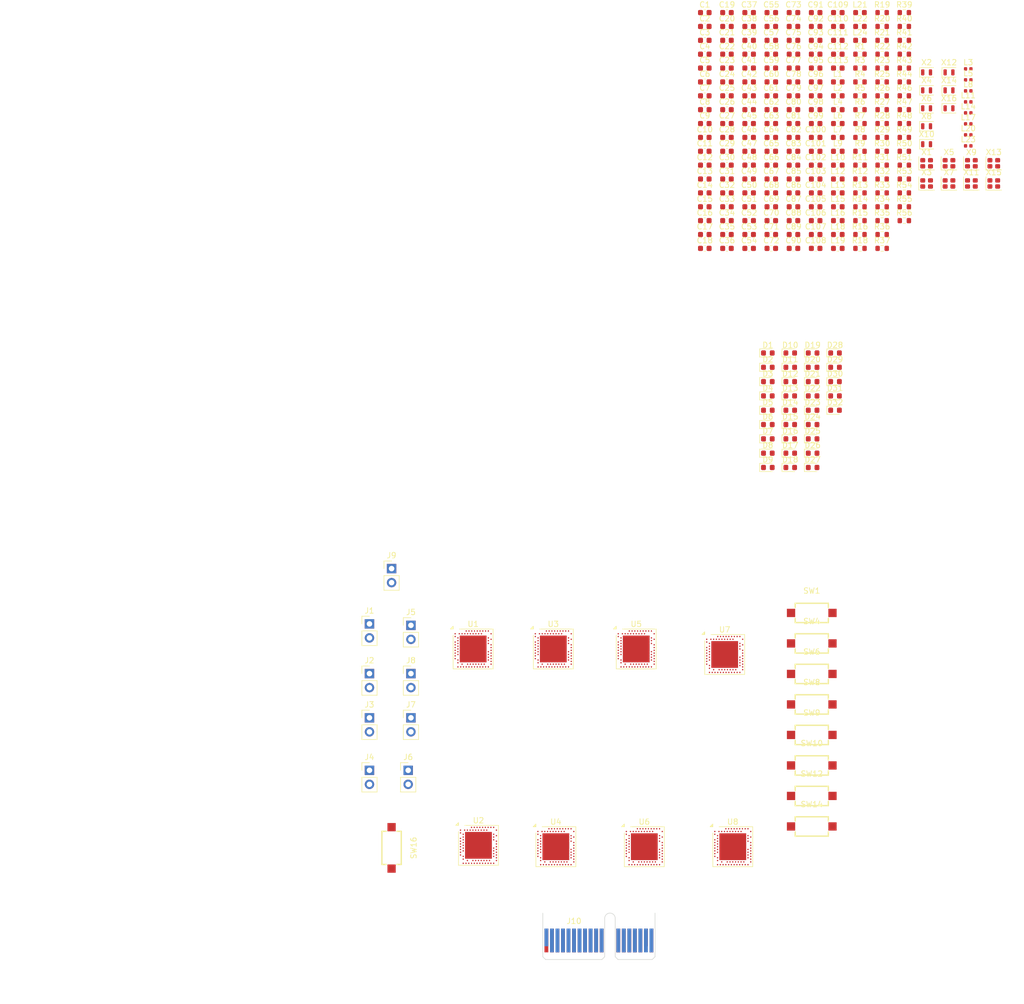
<source format=kicad_pcb>
(kicad_pcb (version 20241229) (generator "pcbnew") (generator_version "9.0")
  (layers (0 "F.Cu" signal) (2 "B.Cu" signal) (13 "F.Paste" user) (15 "B.Paste" user) (5 "F.SilkS" user "F.Silkscreen") (7 "B.SilkS" user "B.Silkscreen") (1 "F.Mask" user) (3 "B.Mask" user) (25 "Edge.Cuts" user))
  (net 0 "")
  (net 1 "Net-(U1-XC1)")
  (net 2 "/GND")
  (net 3 "Net-(U1-XC2)")
  (net 4 "Net-(U1-ANT)")
  (net 6 "Net-(C4-Pad2)")
  (net 7 "Net-(U1-DEC1)")
  (net 8 "Net-(U2-XC1)")
  (net 9 "Net-(AE2-A)")
  (net 10 "/3.3V")
  (net 11 "Net-(U1-DEC5)")
  (net 12 "Net-(U2-XC2)")
  (net 13 "Net-(U1-DEC3)")
  (net 14 "Net-(U1-DECUSB)")
  (net 15 "Net-(C13-Pad2)")
  (net 16 "Net-(U2-ANT)")
  (net 18 "Net-(U1-DEC6)")
  (net 19 "Net-(U1-XL1{slash}P0.00)")
  (net 20 "Net-(U1-XL2{slash}P0.01)")
  (net 21 "Net-(U2-DEC1)")
  (net 22 "Net-(U2-DEC3)")
  (net 23 "Net-(U2-DEC5)")
  (net 24 "Net-(U2-DEC6)")
  (net 25 "Net-(U2-XL2{slash}P0.01)")
  (net 26 "Net-(AE1-A)")
  (net 28 "Net-(U2-DECUSB)")
  (net 29 "Net-(U2-XL1{slash}P0.00)")
  (net 30 "Net-(U3-XC1)")
  (net 31 "Net-(AE3-A)")
  (net 32 "Net-(U3-XC2)")
  (net 34 "Net-(U3-DECUSB)")
  (net 35 "Net-(C33-Pad2)")
  (net 36 "Net-(U3-ANT)")
  (net 38 "Net-(U3-DEC1)")
  (net 39 "Net-(U3-DEC3)")
  (net 40 "Net-(U3-DEC5)")
  (net 41 "Net-(U3-DEC6)")
  (net 42 "Net-(U3-XL2{slash}P0.01)")
  (net 43 "Net-(U3-XL1{slash}P0.00)")
  (net 44 "Net-(U4-XC1)")
  (net 45 "Net-(AE4-A)")
  (net 46 "Net-(U4-XC2)")
  (net 48 "Net-(U4-DECUSB)")
  (net 49 "Net-(C47-Pad2)")
  (net 51 "Net-(U4-ANT)")
  (net 52 "Net-(U4-DEC1)")
  (net 53 "Net-(U4-DEC3)")
  (net 54 "Net-(U4-DEC5)")
  (net 55 "Net-(U4-DEC6)")
  (net 56 "Net-(U4-XL2{slash}P0.01)")
  (net 57 "Net-(U4-XL1{slash}P0.00)")
  (net 58 "Net-(U5-XC1)")
  (net 59 "Net-(AE5-A)")
  (net 60 "Net-(U5-XC2)")
  (net 61 "/Reset")
  (net 62 "Net-(C61-Pad2)")
  (net 64 "Net-(U5-ANT)")
  (net 65 "Net-(U5-DEC1)")
  (net 66 "Net-(U5-DEC3)")
  (net 67 "Net-(U5-DEC5)")
  (net 68 "Net-(U5-DEC6)")
  (net 69 "Net-(U5-XL2{slash}P0.01)")
  (net 70 "Net-(U5-XL1{slash}P0.00)")
  (net 71 "Net-(U6-XC1)")
  (net 72 "Net-(AE6-A)")
  (net 73 "Net-(U6-XC2)")
  (net 75 "Net-(U5-DECUSB)")
  (net 76 "Net-(C75-Pad2)")
  (net 78 "Net-(U6-ANT)")
  (net 79 "Net-(U6-DEC1)")
  (net 80 "Net-(U6-DEC3)")
  (net 81 "Net-(U6-DEC5)")
  (net 82 "Net-(U6-DEC6)")
  (net 83 "Net-(U6-XL2{slash}P0.01)")
  (net 84 "Net-(U6-XL1{slash}P0.00)")
  (net 85 "Net-(U7-XC1)")
  (net 86 "Net-(AE7-A)")
  (net 87 "Net-(U7-XC2)")
  (net 88 "Net-(U6-DECUSB)")
  (net 90 "Net-(C89-Pad2)")
  (net 91 "Net-(U7-ANT)")
  (net 93 "Net-(U7-DEC1)")
  (net 94 "Net-(U7-DEC3)")
  (net 95 "Net-(U7-DEC5)")
  (net 96 "Net-(U7-DEC6)")
  (net 97 "Net-(U7-XL2{slash}P0.01)")
  (net 98 "Net-(U7-XL1{slash}P0.00)")
  (net 99 "Net-(U8-XC1)")
  (net 100 "Net-(AE8-A)")
  (net 101 "Net-(U8-XC2)")
  (net 102 "Net-(U7-DECUSB)")
  (net 104 "Net-(C103-Pad2)")
  (net 105 "Net-(U8-ANT)")
  (net 107 "Net-(U8-DEC1)")
  (net 108 "Net-(U8-DEC3)")
  (net 109 "Net-(U8-DEC5)")
  (net 110 "Net-(U8-DEC6)")
  (net 111 "Net-(U8-XL2{slash}P0.01)")
  (net 112 "Net-(U8-XL1{slash}P0.00)")
  (net 113 "Net-(U8-DECUSB)")
  (net 115 "Net-(D1-K)")
  (net 116 "Net-(D2-K)")
  (net 117 "Net-(D3-K)")
  (net 118 "Net-(D4-K)")
  (net 119 "Net-(D5-K)")
  (net 120 "Net-(D6-K)")
  (net 121 "Net-(D7-K)")
  (net 122 "Net-(D8-K)")
  (net 123 "Net-(D9-K)")
  (net 124 "Net-(D10-K)")
  (net 125 "Net-(D11-K)")
  (net 126 "Net-(D12-K)")
  (net 127 "Net-(D13-K)")
  (net 128 "Net-(D14-K)")
  (net 129 "Net-(D15-K)")
  (net 130 "Net-(D16-K)")
  (net 131 "Net-(D17-K)")
  (net 132 "Net-(D18-K)")
  (net 133 "Net-(D19-K)")
  (net 134 "Net-(D20-K)")
  (net 135 "Net-(D21-K)")
  (net 136 "Net-(D22-K)")
  (net 137 "Net-(D23-K)")
  (net 138 "Net-(D24-K)")
  (net 139 "Net-(D25-K)")
  (net 140 "Net-(D26-K)")
  (net 141 "Net-(D27-K)")
  (net 142 "Net-(D28-K)")
  (net 143 "Net-(D29-K)")
  (net 144 "Net-(D30-K)")
  (net 145 "Net-(D31-K)")
  (net 146 "Net-(D32-K)")
  (net 147 "/SWD_IO_1")
  (net 148 "/SWD_CLK_1")
  (net 149 "/SWD_IO_2")
  (net 150 "/SWD_CLK_2")
  (net 151 "/SWD_IO_3")
  (net 152 "/SWD_CLK_3")
  (net 153 "/SWD_IO_4")
  (net 154 "/SWD_CLK_4")
  (net 155 "/SWD_IO_5")
  (net 156 "/SWD_CLK_5")
  (net 157 "/SWD_IO_6")
  (net 158 "/SWD_CLK_6")
  (net 159 "/SWD_IO_7")
  (net 160 "/SWD_CLK_7")
  (net 161 "/SWD_IO_8")
  (net 162 "/SWD_CLK_8")
  (net 163 "/CS4")
  (net 164 "/CS2")
  (net 165 "/Miso")
  (net 167 "/CS5")
  (net 169 "/CS8")
  (net 170 "/CLK")
  (net 171 "/CS7")
  (net 172 "/CS1")
  (net 173 "/Mosi")
  (net 177 "/CS6")
  (net 179 "/CS3")
  (net 182 "Net-(L2-Pad1)")
  (net 183 "Net-(U1-DCC)")
  (net 184 "Net-(L5-Pad2)")
  (net 185 "Net-(U2-DCC)")
  (net 186 "Net-(L8-Pad2)")
  (net 187 "Net-(U3-DCC)")
  (net 188 "Net-(L11-Pad2)")
  (net 189 "Net-(U4-DCC)")
  (net 190 "Net-(L14-Pad2)")
  (net 191 "Net-(U5-DCC)")
  (net 192 "Net-(L17-Pad2)")
  (net 193 "Net-(U6-DCC)")
  (net 194 "Net-(L20-Pad2)")
  (net 195 "Net-(U7-DCC)")
  (net 196 "Net-(L23-Pad2)")
  (net 197 "Net-(U8-DCC)")
  (net 198 "/Led1_5")
  (net 199 "/Led2_r_5")
  (net 200 "/Led2_g_5")
  (net 201 "/Led2_b_5")
  (net 202 "/SWI_5")
  (net 203 "/Led1_6")
  (net 204 "/Led2_r_6")
  (net 205 "/SWI_6")
  (net 206 "/Led2_g_6")
  (net 207 "/Led2_b_6")
  (net 208 "/Led1_7")
  (net 209 "/Led2_r_7")
  (net 210 "/SWI_7")
  (net 211 "/Led2_g_7")
  (net 212 "/Led2_b_7")
  (net 213 "/Led1_8")
  (net 214 "/Led2_r_8")
  (net 215 "/SWI_8")
  (net 216 "/Led2_g_8")
  (net 217 "/Led2_b_8")
  (net 218 "/Led1_1")
  (net 219 "/Led2_r_1")
  (net 220 "/SWI_1")
  (net 221 "/Led2_g_1")
  (net 222 "/Led2_b_1")
  (net 223 "/Led1_2")
  (net 224 "/Led2_r_2")
  (net 225 "/SWI_2")
  (net 226 "/Led2_g_2")
  (net 227 "/Led2_b_2")
  (net 228 "/Led1_3")
  (net 229 "/Led2_r_3")
  (net 230 "/SWI_3")
  (net 231 "/Led2_g_3")
  (net 232 "/Led2_b_3")
  (net 233 "/Led1_4")
  (net 234 "/Led2_r_4")
  (net 235 "/SWI_4")
  (net 236 "/Led2_g_4")
  (net 237 "/Led2_b_4")
  (footprint "easyeda:KEY-SMD_L6.0-W3.5-LS8.0" (layer "F.Cu") (at 119.5 116.56)
    (property "Reference" "SW9")
    (property "Value" "Reset")
  )
  (footprint "Resistor_SMD:R_0603_1608Metric" (layer "F.Cu") (at 132.2325 23.49)
    (property "Reference" "R35")
    (property "Value" "200")
  )
  (footprint "easyeda:KEY-SMD_L6.0-W3.5-LS8.0" (layer "F.Cu") (at 119.5 122.08)
    (property "Reference" "SW10")
    (property "Value" "Reset")
  )
  (footprint "Capacitor_SMD:C_0603_1608Metric" (layer "F.Cu") (at 116.1925 -14.16)
    (property "Reference" "C73")
    (property "Value" "12pF")
  )
  (footprint "Resistor_SMD:R_0603_1608Metric" (layer "F.Cu") (at 132.2325 20.98)
    (property "Reference" "R34")
    (property "Value" "200")
  )
  (footprint "Crystal:Crystal_SMD_2012-2Pin_2.0x1.2mm" (layer "F.Cu") (at 140.2725 -0.09)
    (property "Reference" "X4")
    (property "Value" "32.768Khz")
  )
  (footprint "Connector_PinHeader_2.54mm:PinHeader_1x02_P2.54mm_Vertical" (layer "F.Cu") (at 39.5 122.96)
    (property "Reference" "J4")
    (property "Value" "SWD-module14")
  )
  (footprint "Capacitor_SMD:C_0603_1608Metric" (layer "F.Cu") (at 112.1825 3.41)
    (property "Reference" "C62")
    (property "Value" "0.8pF")
  )
  (footprint "Connector_PinHeader_2.54mm:PinHeader_1x02_P2.54mm_Vertical" (layer "F.Cu") (at 39.5 105.46)
    (property "Reference" "J2")
    (property "Value" "SWD-module2")
  )
  (footprint "Inductor_SMD:L_0603_1608Metric" (layer "F.Cu") (at 124.2125 15.96)
    (property "Reference" "L12")
    (property "Value" "10µH")
  )
  (footprint "Connector_PinHeader_2.54mm:PinHeader_1x02_P2.54mm_Vertical" (layer "F.Cu") (at 47 105.46)
    (property "Reference" "J8")
    (property "Value" "SWD-module8")
  )
  (footprint "Package_DFN_QFN:Nordic_AQFN-73-1EP_7x7mm_P0.5mm" (layer "F.Cu") (at 59.2125 136.5375)
    (property "Reference" "U2")
    (property "Value" "nRF52840")
  )
  (footprint "Crystal:Crystal_SMD_2012-2Pin_2.0x1.2mm" (layer "F.Cu") (at 144.3225 3.16)
    (property "Reference" "X16")
    (property "Value" "32.768Khz")
  )
  (footprint "Inductor_SMD:L_0402_1005Metric" (layer "F.Cu") (at 147.8025 9.96)
    (property "Reference" "L23")
    (property "Value" "15nH")
  )
  (footprint "Capacitor_SMD:C_0603_1608Metric" (layer "F.Cu") (at 120.2025 3.41)
    (property "Reference" "C98")
    (property "Value" "12pF")
  )
  (footprint "Capacitor_SMD:C_0603_1608Metric" (layer "F.Cu") (at 100.1525 18.47)
    (property "Reference" "C14")
    (property "Value" "0.8pF")
  )
  (footprint "LED_SMD:LED_0603_1608Metric" (layer "F.Cu") (at 111.5575 62.98)
    (property "Reference" "D7")
    (property "Value" "LED")
  )
  (footprint "Resistor_SMD:R_0603_1608Metric" (layer "F.Cu") (at 136.2425 10.94)
    (property "Reference" "R50")
    (property "Value" "220")
  )
  (footprint "Crystal:Crystal_SMD_2016-4Pin_2.0x1.6mm" (layer "F.Cu") (at 152.4225 16.76)
    (property "Reference" "X15")
    (property "Value" "Crystal 32Mhz")
  )
  (footprint "Capacitor_SMD:C_0603_1608Metric" (layer "F.Cu") (at 124.2125 -9.14)
    (property "Reference" "C111")
    (property "Value" "12pF")
  )
  (footprint "Capacitor_SMD:C_0603_1608Metric" (layer "F.Cu") (at 104.1625 -4.12)
    (property "Reference" "C23")
    (property "Value" "100nF")
  )
  (footprint "Resistor_SMD:R_0603_1608Metric" (layer "F.Cu") (at 136.2425 -1.61)
    (property "Reference" "R44")
    (property "Value" "220")
  )
  (footprint "Resistor_SMD:R_0603_1608Metric" (layer "F.Cu") (at 132.2325 -11.65)
    (property "Reference" "R20")
    (property "Value" "200")
  )
  (footprint "Capacitor_SMD:C_0603_1608Metric" (layer "F.Cu") (at 108.1725 3.41)
    (property "Reference" "C44")
    (property "Value" "1.5pF")
  )
  (footprint "Capacitor_SMD:C_0603_1608Metric" (layer "F.Cu") (at 108.1725 8.43)
    (property "Reference" "C46")
    (property "Value" "4.7µF")
  )
  (footprint "Resistor_SMD:R_0603_1608Metric" (layer "F.Cu") (at 128.2225 0.9)
    (property "Reference" "R5")
    (property "Value" "200")
  )
  (footprint "Capacitor_SMD:C_0603_1608Metric" (layer "F.Cu") (at 108.1725 18.47)
    (property "Reference" "C50")
    (property "Value" "100pF")
  )
  (footprint "Crystal:Crystal_SMD_2016-4Pin_2.0x1.6mm" (layer "F.Cu") (at 140.2725 16.76)
    (property "Reference" "X3")
    (property "Value" "Crystal 32Mhz")
  )
  (footprint "Capacitor_SMD:C_0603_1608Metric" (layer "F.Cu") (at 112.1825 -9.14)
    (property "Reference" "C57")
    (property "Value" "12pF")
  )
  (footprint "Inductor_SMD:L_0603_1608Metric" (layer "F.Cu") (at 124.2125 23.49)
    (property "Reference" "L16")
    (property "Value" "4.7nH")
  )
  (footprint "Resistor_SMD:R_0603_1608Metric" (layer "F.Cu") (at 136.2425 -6.63)
    (property "Reference" "R42")
    (property "Value" "200")
  )
  (footprint "Capacitor_SMD:C_0603_1608Metric" (layer "F.Cu") (at 120.2025 18.47)
    (property "Reference" "C104")
    (property "Value" "0.8pF")
  )
  (footprint "Capacitor_SMD:C_0603_1608Metric" (layer "F.Cu") (at 104.1625 -1.61)
    (property "Reference" "C24")
    (property "Value" "1µF")
  )
  (footprint "Capacitor_SMD:C_0603_1608Metric" (layer "F.Cu") (at 104.1625 15.96)
    (property "Reference" "C31")
    (property "Value" "12pF")
  )
  (footprint "Capacitor_SMD:C_0603_1608Metric" (layer "F.Cu") (at 112.1825 15.96)
    (property "Reference" "C67")
    (property "Value" "100nF")
  )
  (footprint "Capacitor_SMD:C_0603_1608Metric" (layer "F.Cu") (at 100.1525 0.9)
    (property "Reference" "C7")
    (property "Value" "1.5pF")
  )
  (footprint "Inductor_SMD:L_0402_1005Metric" (layer "F.Cu") (at 147.8025 0.01)
    (property "Reference" "L8")
    (property "Value" "15nH")
  )
  (footprint "Connector_PinHeader_2.54mm:PinHeader_1x02_P2.54mm_Vertical" (layer "F.Cu") (at 39.5 96.46)
    (property "Reference" "J1")
    (property "Value" "SWD-module1")
  )
  (footprint "Capacitor_SMD:C_0603_1608Metric" (layer "F.Cu") (at 108.1725 28.51)
    (property "Reference" "C54")
    (property "Value" "1µF")
  )
  (footprint "Capacitor_SMD:C_0603_1608Metric" (layer "F.Cu") (at 104.1625 -6.63)
    (property "Reference" "C22")
    (property "Value" "100pF")
  )
  (footprint "Capacitor_SMD:C_0603_1608Metric" (layer "F.Cu") (at 120.2025 0.9)
    (property "Reference" "C97")
    (property "Value" "12pF")
  )
  (footprint "Resistor_SMD:R_0603_1608Metric" (layer "F.Cu") (at 136.2425 8.43)
    (property "Reference" "R49")
    (property "Value" "200")
  )
  (footprint "Capacitor_SMD:C_0603_1608Metric" (layer "F.Cu") (at 104.1625 3.41)
    (property "Reference" "C26")
    (property "Value" "1.5pF")
  )
  (footprint "Capacitor_SMD:C_0603_1608Metric" (layer "F.Cu") (at 108.1725 15.96)
    (property "Reference" "C49")
    (property "Value" "100nF")
  )
  (footprint "LED_SMD:LED_0603_1608Metric" (layer "F.Cu") (at 111.5575 68.16)
    (property "Reference" "D9")
    (property "Value" "LED")
  )
  (footprint "Capacitor_SMD:C_0603_1608Metric" (layer "F.Cu") (at 116.1925 -11.65)
    (property "Reference" "C74")
    (property "Value" "4.7µF")
  )
  (footprint "Capacitor_SMD:C_0603_1608Metric" (layer "F.Cu") (at 100.1525 5.92)
    (property "Reference" "C9")
    (property "Value" "820pF")
  )
  (footprint "Resistor_SMD:R_0603_1608Metric" (layer "F.Cu") (at 128.2225 15.96)
    (property "Reference" "R12")
    (property "Value" "0")
  )
  (footprint "Capacitor_SMD:C_0603_1608Metric" (layer "F.Cu") (at 112.1825 8.43)
    (property "Reference" "C64")
    (property "Value" "100pF")
  )
  (footprint "Capacitor_SMD:C_0603_1608Metric" (layer "F.Cu") (at 112.1825 28.51)
    (property "Reference" "C72")
    (property "Value" "1.5pF")
  )
  (footprint "Capacitor_SMD:C_0603_1608Metric" (layer "F.Cu") (at 120.2025 -6.63)
    (property "Reference" "C94")
    (property "Value" "100pF")
  )
  (footprint "LED_SMD:LED_0603_1608Metric" (layer "F.Cu") (at 115.6075 68.16)
    (property "Reference" "D18")
    (property "Value" "LED")
  )
  (footprint "Resistor_SMD:R_0603_1608Metric" (layer "F.Cu") (at 128.2225 28.51)
    (property "Reference" "R18")
    (property "Value" "10K")
  )
  (footprint "Package_DFN_QFN:Nordic_AQFN-73-1EP_7x7mm_P0.5mm" (layer "F.Cu") (at 72.75 101)
    (property "Reference" "U3")
    (property "Value" "nRF52840")
  )
  (footprint "Capacitor_SMD:C_0603_1608Metric" (layer "F.Cu") (at 100.1525 23.49)
    (property "Reference" "C16")
    (property "Value" "100pF")
  )
  (footprint "LED_SMD:LED_0603_1608Metric" (layer "F.Cu") (at 119.6575 50.03)
    (property "Reference" "D20")
    (property "Value" "LED")
  )
  (footprint "Resistor_SMD:R_0603_1608Metric" (layer "F.Cu") (at 136.2425 20.98)
    (property "Reference" "R55")
    (property "Value" "200")
  )
  (footprint "Resistor_SMD:R_0603_1608Metric" (layer "F.Cu") (at 132.2325 -9.14)
    (property "Reference" "R21")
    (property "Value" "200")
  )
  (footprint "Capacitor_SMD:C_0603_1608Metric" (layer "F.Cu") (at 116.1925 -4.12)
    (property "Reference" "C77")
    (property "Value" "100nF")
  )
  (footprint "Capacitor_SMD:C_0603_1608Metric" (layer "F.Cu") (at 108.1725 -6.63)
    (property "Reference" "C40")
    (property "Value" "1µF")
  )
  (footprint "Capacitor_SMD:C_0603_1608Metric" (layer "F.Cu") (at 116.1925 23.49)
    (property "Reference" "C88")
    (property "Value" "4.7µF")
  )
  (footprint "Crystal:Crystal_SMD_2012-2Pin_2.0x1.2mm" (layer "F.Cu") (at 140.2725 3.16)
    (property "Reference" "X6")
    (property "Value" "32.768Khz")
  )
  (footprint "Capacitor_SMD:C_0603_1608Metric" (layer "F.Cu") (at 116.1925 0.9)
    (property "Reference" "C79")
    (property "Value" "820pF")
  )
  (footprint "Capacitor_SMD:C_0603_1608Metric" (layer "F.Cu") (at 108.1725 -14.16)
    (property "Reference" "C37")
    (property "Value" "820pF")
  )
  (footprint "Capacitor_SMD:C_0603_1608Metric" (layer "F.Cu") (at 112.1825 5.92)
    (property "Reference" "C63")
    (property "Value" "100nF")
  )
  (footprint "Package_DFN_QFN:Nordic_AQFN-73-1EP_7x7mm_P0.5mm" (layer "F.Cu") (at 103.75 102)
    (property "Reference" "U7")
    (property "Value" "nRF52840")
  )
  (footprint "Capacitor_SMD:C_0603_1608Metric" (layer "F.Cu") (at 108.1725 -4.12)
    (property "Reference" "C41")
    (property "Value" "12pF")
  )
  (footprint "Resistor_SMD:R_0603_1608Metric" (layer "F.Cu") (at 132.2325 8.43)
    (property "Reference" "R29")
    (property "Value" "220")
  )
  (footprint "LED_SMD:LED_0603_1608Metric" (layer "F.Cu") (at 115.6075 55.21)
    (property "Reference" "D13")
    (property "Value" "LED")
  )
  (footprint "Resistor_SMD:R_0603_1608Metric" (layer "F.Cu") (at 128.2225 8.43)
    (property "Reference" "R8")
    (property "Value" "220")
  )
  (footprint "Inductor_SMD:L_0402_1005Metric" (layer "F.Cu") (at 147.8025 2)
    (property "Reference" "L11")
    (property "Value" "15nH")
  )
  (footprint "Capacitor_SMD:C_0603_1608Metric" (layer "F.Cu") (at 108.1725 -1.61)
    (property "Reference" "C42")
    (property "Value" "12pF")
  )
  (footprint "Crystal:Crystal_SMD_2016-4Pin_2.0x1.6mm" (layer "F.Cu") (at 144.3225 13.11)
    (property "Reference" "X5")
    (property "Value" "Crystal 32Mhz")
  )
  (footprint "Resistor_SMD:R_0603_1608Metric" (layer "F.Cu") (at 136.2425 23.49)
    (property "Reference" "R56")
    (property "Value" "200")
  )
  (footprint "Inductor_SMD:L_0603_1608Metric" (layer "F.Cu") (at 124.2125 3.41)
    (property "Reference" "L4")
    (property "Value" "4.7nH")
  )
  (footprint "Resistor_SMD:R_0603_1608Metric" (layer "F.Cu") (at 132.2325 -4.12)
    (property "Reference" "R23")
    (property "Value" "220")
  )
  (footprint "Capacitor_SMD:C_0603_1608Metric" (layer "F.Cu") (at 104.1625 -9.14)
    (property "Reference" "C21")
    (property "Value" "820pF")
  )
  (footprint "Inductor_SMD:L_0603_1608Metric" (layer "F.Cu") (at 124.2125 20.98)
    (property "Reference" "L15")
    (property "Value" "10µH")
  )
  (footprint "Capacitor_SMD:C_0603_1608Metric" (layer "F.Cu") (at 116.1925 28.51)
    (property "Reference" "C90")
    (property "Value" "0.8pF")
  )
  (footprint "LED_SMD:LED_0603_1608Metric" (layer "F.Cu") (at 115.6075 47.44)
    (property "Reference" "D10")
    (property "Value" "LED")
  )
  (footprint "Capacitor_SMD:C_0603_1608Metric" (layer "F.Cu") (at 116.1925 26)
    (property "Reference" "C89")
    (property "Value" "0.5pF")
  )
  (footprint "Capacitor_SMD:C_0603_1608Metric" (layer "F.Cu") (at 104.1625 20.98)
    (property "Reference" "C33")
    (property "Value" "0.5pF")
  )
  (footprint "Resistor_SMD:R_0603_1608Metric" (layer "F.Cu") (at 132.2325 15.96)
    (property "Reference" "R32")
    (property "Value" "10K")
  )
  (footprint "LED_SMD:LED_0603_1608Metric" (layer "F.Cu") (at 111.5575 65.57)
    (property "Reference" "D8")
    (property "Value" "LED")
  )
  (footprint "Resistor_SMD:R_0603_1608Metric" (layer "F.Cu") (at 128.2225 20.98)
    (property "Reference" "R14")
    (property "Value" "200")
  )
  (footprint "Capacitor_SMD:C_0603_1608Metric" (layer "F.Cu") (at 112.1825 -6.63)
    (property "Reference" "C58")
    (property "Value" "1.5pF")
  )
  (footprint "Resistor_SMD:R_0603_1608Metric" (layer "F.Cu") (at 128.2225 23.49)
    (property "Reference" "R15")
    (property "Value" "220")
  )
  (footprint "Capacitor_SMD:C_0603_1608Metric" (layer "F.Cu") (at 104.1625 8.43)
    (property "Reference" "C28")
    (property "Value" "12pF")
  )
  (footprint "Capacitor_SMD:C_0603_1608Metric" (layer "F.Cu") (at 100.1525 -14.16)
    (property "Reference" "C1")
    (property "Value" "12pF")
  )
  (footprint "LED_SMD:LED_0603_1608Metric" (layer "F.Cu") (at 119.6575 60.39)
    (property "Reference" "D24")
    (property "Value" "LED")
  )
  (footprint "Capacitor_SMD:C_0603_1608Metric" (layer "F.Cu") (at 116.1925 8.43)
    (property "Reference" "C82")
    (property "Value" "1µF")
  )
  (footprint "Inductor_SMD:L_0402_1005Metric" (layer "F.Cu") (at 147.8025 -3.97)
    (property "Reference" "L3")
    (property "Value" "15nH")
  )
  (footprint "Resistor_SMD:R_0603_1608Metric" (layer "F.Cu") (at 128.2225 -4.12)
    (property "Reference" "R3")
    (property "Value" "220")
  )
  (footprint "LED_SMD:LED_0603_1608Metric" (layer "F.Cu") (at 115.6075 52.62)
    (property "Reference" "D12")
    (property "Value" "LED")
  )
  (footprint "Resistor_SMD:R_0603_1608Metric" (layer "F.Cu") (at 136.2425 -14.16)
    (property "Reference" "R39")
    (property "Value" "10K")
  )
  (footprint "Capacitor_SMD:C_0603_1608Metric" (layer "F.Cu") (at 100.1525 20.98)
    (property "Reference" "C15")
    (property "Value" "1µF")
  )
  (footprint "Crystal:Crystal_SMD_2016-4Pin_2.0x1.6mm" (layer "F.Cu") (at 144.3225 16.76)
    (property "Reference" "X7")
    (property "Value" "Crystal 32Mhz")
  )
  (footprint "Resistor_SMD:R_0603_1608Metric" (layer "F.Cu") (at 136.2425 -4.12)
    (property "Reference" "R43")
    (property "Value" "220")
  )
  (footprint "easyeda:KEY-SMD_L6.0-W3.5-LS8.0" (layer "F.Cu") (at 119.5 127.6)
    (property "Reference" "SW12")
    (property "Value" "Reset")
  )
  (footprint "Resistor_SMD:R_0603_1608Metric" (layer "F.Cu") (at 136.2425 3.41)
    (property "Reference" "R47")
    (property "Value" "0")
  )
  (footprint "Capacitor_SMD:C_0603_1608Metric" (layer "F.Cu") (at 104.1625 26)
    (property "Reference" "C35")
    (property "Value" "100nF")
  )
  (footprint "Crystal:Crystal_SMD_2012-2Pin_2.0x1.2mm" (layer "F.Cu") (at 140.2725 9.66)
    (property "Reference" "X10")
    (property "Value" "32.768Khz")
  )
  (footprint "Capacitor_SMD:C_0603_1608Metric" (layer "F.Cu") (at 120.2025 23.49)
    (property "Reference" "C106")
    (property "Value" "100pF")
  )
  (footprint "Inductor_SMD:L_0402_1005Metric" (layer "F.Cu") (at 147.8025 7.97)
    (property "Reference" "L20")
    (property "Value" "15nH")
  )
  (footprint "Connector_PCBEdge:BUS_PCIexpress_x1" (layer "F.Cu") (at 71.5 153.75)
    (property "Reference" "J10")
    (property "Value" "whad_Bus_PCI_Express_x1")
    (fp_line (start -0.65 -4.95) (end -0.65 2.95) (stroke (width 0.1)) (layer "Edge.Cuts"))
    (fp_line (start -0.65 2.95) (end -0.15 3.45) (stroke (width 0.1)) (layer "Edge.Cuts"))
    (fp_line (start -0.15 3.45) (end 10.05 3.45) (stroke (width 0.1)) (layer "Edge.Cuts"))
    (fp_line (start 10.55 -4) (end 10.55 2.95) (stroke (width 0.1)) (layer "Edge.Cuts"))
    (fp_line (start 10.55 2.95) (end 10.05 3.45) (stroke (width 0.1)) (layer "Edge.Cuts"))
    (fp_line (start 12.45 -4) (end 12.45 2.95) (stroke (width 0.1)) (layer "Edge.Cuts"))
    (fp_line (start 12.45 2.95) (end 12.95 3.45) (stroke (width 0.1)) (layer "Edge.Cuts"))
    (fp_line (start 12.95 3.45) (end 19.15 3.45) (stroke (width 0.1)) (layer "Edge.Cuts"))
    (fp_line (start 19.65 -4.95) (end 19.65 2.95) (stroke (width 0.1)) (layer "Edge.Cuts"))
    (fp_line (start 19.65 2.95) (end 19.15 3.45) (stroke (width 0.1)) (layer "Edge.Cuts"))
    (fp_arc (start 10.55 -4) (mid 11.5 -4.95) (end 12.45 -4) (stroke (width 0.1)) (layer "Edge.Cuts"))
  )
  (footprint "Capacitor_SMD:C_0603_1608Metric" (layer "F.Cu") (at 120.2025 20.98)
    (property "Reference" "C105")
    (property "Value" "100nF")
  )
  (footprint "Inductor_SMD:L_0603_1608Metric" (layer "F.Cu") (at 128.2225 -9.14)
    (property "Reference" "L24")
    (property "Value" "10µH")
  )
  (footprint "Capacitor_SMD:C_0603_1608Metric" (layer "F.Cu") (at 104.1625 10.94)
    (property "Reference" "C29")
    (property "Value" "12pF")
  )
  (footprint "Resistor_SMD:R_0603_1608Metric" (layer "F.Cu") (at 132.2325 -6.63)
    (property "Reference" "R22")
    (property "Value" "220")
  )
  (footprint "Resistor_SMD:R_0603_1608Metric" (layer "F.Cu") (at 132.2325 5.92)
    (property "Reference" "R28")
    (property "Value" "200")
  )
  (footprint "Capacitor_SMD:C_0603_1608Metric" (layer "F.Cu") (at 116.1925 5.92)
    (property "Reference" "C81")
    (property "Value" "100nF")
  )
  (footprint "Capacitor_SMD:C_0603_1608Metric" (layer "F.Cu") (at 112.1825 -1.61)
    (property "Reference" "C60")
    (property "Value" "100nF")
  )
  (footprint "LED_SMD:LED_0603_1608Metric" (layer "F.Cu") (at 119.6575 62.98)
    (property "Reference" "D25")
    (property "Value" "LED")
  )
  (footprint "Capacitor_SMD:C_0603_1608Metric" (layer "F.Cu") (at 108.1725 13.45)
    (property "Reference" "C48")
    (property "Value" "0.8pF")
  )
  (footprint "Capacitor_SMD:C_0603_1608Metric" (layer "F.Cu") (at 124.2125 -14.16)
    (property "Reference" "C109")
    (property "Value" "100nF")
  )
  (footprint "Inductor_SMD:L_0603_1608Metric" (layer "F.Cu") (at 124.2125 5.92)
    (property "Reference" "L6")
    (property "Value" "10µH")
  )
  (footprint "Capacitor_SMD:C_0603_1608Metric" (layer "F.Cu") (at 124.2125 -4.12)
    (property "Reference" "C113")
    (property "Value" "4.7µF")
  )
  (footprint "easyeda:KEY-SMD_L6.0-W3.5-LS8.0" (layer "F.Cu") (at 119.5 94.48)
    (property "Reference" "SW1")
    (property "Value" "Reset")
  )
  (footprint "Capacitor_SMD:C_0603_1608Metric" (layer "F.Cu") (at 100.1525 -4.12)
    (property "Reference" "C5")
    (property "Value" "100nF")
  )
  (footprint "Capacitor_SMD:C_0603_1608Metric" (layer "F.Cu") (at 112.1825 -14.16)
    (property "Reference" "C55")
    (property "Value" "12pF")
  )
  (footprint "Connector_PinHeader_2.54mm:PinHeader_1x02_P2.54mm_Vertical" (layer "F.Cu") (at 43.5 86.46)
    (property "Reference" "J9")
    (property "Value" "SWD-Alim")
  )
  (footprint "Resistor_SMD:R_0603_1608Metric" (layer "F.Cu") (at 128.2225 -6.63)
    (property "Reference" "R1")
    (property "Value" "0")
  )
  (footprint "Capacitor_SMD:C_0603_1608Metric" (layer "F.Cu") (at 100.1525 -6.63)
    (property "Reference" "C4")
    (property "Value" "0.5pF")
  )
  (footprint "Inductor_SMD:L_0603_1608Metric" (layer "F.Cu") (at 124.2125 18.47)
    (property "Reference" "L13")
    (property "Value" "4.7nH")
  )
  (footprint "Capacitor_SMD:C_0603_1608Metric" (layer "F.Cu") (at 120.2025 -4.12)
    (property "Reference" "C95")
    (property "Value" "100nF")
  )
  (footprint "Capacitor_SMD:C_0603_1608Metric" (layer "F.Cu") (at 108.1725 26)
    (property "Reference" "C53")
    (property "Value" "100nF")
  )
  (footprint "Capacitor_SMD:C_0603_1608Metric" (layer "F.Cu") (at 120.2025 13.45)
    (property "Reference" "C102")
    (property "Value" "4.7µF")
  )
  (footprint "LED_SMD:LED_0603_1608Metric" (layer "F.Cu") (at 111.5575 60.39)
    (property "Reference" "D6")
    (property "Value" "LED")
  )
  (footprint "Capacitor_SMD:C_0603_1608Metric" (layer "F.Cu") (at 104.1625 -14.16)
    (property "Reference" "C19")
    (property "Value" "100nF")
  )
  (footprint "Connector_PinHeader_2.54mm:PinHeader_1x02_P2.54mm_Vertical" (layer "F.Cu") (at 47 96.725)
    (property "Reference" "J5")
    (property "Value" "SWD-module5")
  )
  (footprint "LED_SMD:LED_0603_1608Metric" (layer "F.Cu") (at 123.7075 50.03)
    (property "Reference" "D29")
    (property "Value" "LED")
  )
  (footprint "Capacitor_SMD:C_0603_1608Metric" (layer "F.Cu") (at 104.1625 18.47)
    (property "Reference" "C32")
    (property "Value" "4.7µF")
  )
  (footprint "Resistor_SMD:R_0603_1608Metric" (layer "F.Cu") (at 136.2425 5.92)
    (property "Reference" "R48")
    (property "Value" "200")
  )
  (footprint "Resistor_SMD:R_0603_1608Metric" (layer "F.Cu") (at 128.2225 18.47)
    (property "Reference" "R13")
    (property "Value" "200")
  )
  (footprint "Inductor_SMD:L_0603_1608Metric" (layer "F.Cu") (at 124.2125 8.43)
    (property "Reference" "L7")
    (property "Value" "4.7nH")
  )
  (footprint "Capacitor_SMD:C_0603_1608Metric" (layer "F.Cu") (at 100.1525 13.45)
    (property "Reference" "C12")
    (property "Value" "4.7µF")
  )
  (footprint "LED_SMD:LED_0603_1608Metric" (layer "F.Cu") (at 119.6575 68.16)
    (property "Reference" "D27")
    (property "Value" "LED")
  )
  (footprint "Capacitor_SMD:C_0603_1608Metric" (layer "F.Cu") (at 120.2025 15.96)
    (property "Reference" "C103")
    (property "Value" "0.5pF")
  )
  (footprint "Capacitor_SMD:C_0603_1608Metric" (layer "F.Cu") (at 100.1525 -1.61)
    (property "Reference" "C6")
    (property "Value" "12pF")
  )
  (footprint "Inductor_SMD:L_0402_1005Metric" (layer "F.Cu") (at 147.8025 5.98)
    (property "Reference" "L17")
    (property "Value" "15nH")
  )
  (footprint "LED_SMD:LED_0603_1608Metric" (layer "F.Cu") (at 119.6575 52.62)
    (property "Reference" "D21")
    (property "Value" "LED")
  )
  (footprint "Crystal:Crystal_SMD_2012-2Pin_2.0x1.2mm" (layer "F.Cu") (at 144.3225 -0.09)
    (property "Reference" "X14")
    (property "Value" "32.768Khz")
  )
  (footprint "Capacitor_SMD:C_0603_1608Metric" (layer "F.Cu") (at 100.1525 8.43)
    (property "Reference" "C10")
    (property "Value" "12pF")
  )
  (footprint "Capacitor_SMD:C_0603_1608Metric" (layer "F.Cu") (at 120.2025 26)
    (property "Reference" "C107")
    (property "Value" "820pF")
  )
  (footprint "Capacitor_SMD:C_0603_1608Metric" (layer "F.Cu") (at 112.1825 -4.12)
    (property "Reference" "C59")
    (property "Value" "12pF")
  )
  (footprint "Capacitor_SMD:C_0603_1608Metric" (layer "F.Cu") (at 104.1625 23.49)
    (property "Reference" "C34")
    (property "Value" "0.8pF")
  )
  (footprint "Capacitor_SMD:C_0603_1608Metric" (layer "F.Cu") (at 120.2025 8.43)
    (property "Reference" "C100")
    (property "Value" "1.5pF")
  )
  (footprint "LED_SMD:LED_0603_1608Metric" (layer "F.Cu") (at 115.6075 62.98)
    (property "Reference" "D16")
    (property "Value" "LED")
  )
  (footprint "Inductor_SMD:L_0402_1005Metric" (layer "F.Cu") (at 147.8025 -1.98)
    (property "Reference" "L5")
    (property "Value" "15nH")
  )
  (footprint "Capacitor_SMD:C_0603_1608Metric" (layer "F.Cu") (at 116.1925 18.47)
    (property "Reference" "C86")
    (property "Value" "1.5pF")
  )
  (footprint "Crystal:Crystal_SMD_2012-2Pin_2.0x1.2mm" (layer "F.Cu") (at 140.2725 6.41)
    (property "Reference" "X8")
    (property "Value" "32.768Khz")
  )
  (footprint "Resistor_SMD:R_0603_1608Metric" (layer "F.Cu") (at 128.2225 -1.61)
    (property "Reference" "R4")
    (property "Value" "220")
  )
  (footprint "Capacitor_SMD:C_0603_1608Metric" (layer "F.Cu") (at 112.1825 0.9)
    (property "Reference" "C61")
    (property "Value" "0.5pF")
  )
  (footprint "Package_DFN_QFN:Nordic_AQFN-73-1EP_7x7mm_P0.5mm" (layer "F.Cu") (at 105.2125 136.7875)
    (property "Reference" "U8")
    (property "Value" "nRF52840")
  )
  (footprint "LED_SMD:LED_0603_1608Metric" (layer "F.Cu") (at 111.5575 52.62)
    (property "Reference" "D3")
    (property "Value" "LED")
  )
  (footprint "Resistor_SMD:R_0603_1608Metric" (layer "F.Cu") (at 128.2225 13.45)
    (property "Reference" "R11")
    (property "Value" "10K")
  )
  (footprint "Capacitor_SMD:C_0603_1608Metric" (layer "F.Cu") (at 108.1725 10.94)
    (property "Reference" "C47")
    (property "Value" "0.5pF")
  )
  (footprint "Crystal:Crystal_SMD_2012-2Pin_2.0x1.2mm" (layer "F.Cu") (at 140.2725 -3.34)
    (property "Reference" "X2")
    (property "Value" "32.768Khz")
  )
  (footprint "easyeda:KEY-SMD_L6.0-W3.5-LS8.0" (layer "F.Cu") (at 43.5 137 -90)
    (property "Reference" "SW16")
    (property "Value" "Reset")
  )
  (footprint "Capacitor_SMD:C_0603_1608Metric" (layer "F.Cu") (at 112.1825 26)
    (property "Reference" "C71")
    (property "Value" "12pF")
  )
  (footprint "Resistor_SMD:R_0603_1608Metric" (layer "F.Cu") (at 136.2425 0.9)
    (property "Reference" "R46")
    (property "Value" "10K")
  )
  (footprint "Capacitor_SMD:C_0603_1608Metric" (layer "F.Cu") (at 124.2125 -11.65)
    (property "Reference" "C110")
    (property "Value" "1µF")
  )
  (footprint "Capacitor_SMD:C_0603_1608Metric" (layer "F.Cu") (at 100.1525 26)
    (property "Reference" "C17")
    (property "Value" "12pF")
  )
  (footprint "Capacitor_SMD:C_0603_1608Metric" (layer "F.Cu") (at 104.1625 0.9)
    (property "Reference" "C25")
    (property "Value" "12pF")
  )
  (footprint "Capacitor_SMD:C_0603_1608Metric" (layer "F.Cu") (at 108.1725 20.98)
    (property "Reference" "C51")
    (property "Value" "820pF")
  )
  (footprint "Capacitor_SMD:C_0603_1608Metric" (layer "F.Cu") (at 116.1925 15.96)
    (property "Reference" "C85")
    (property "Value" "12pF")
  )
  (footprint "Capacitor_SMD:C_0603_1608Metric" (layer "F.Cu") (at 100.1525 10.94)
    (property "Reference" "C11")
    (property "Value" "100pF")
  )
  (footprint "Capacitor_SMD:C_0603_1608Metric" (layer "F.Cu") (at 100.1525 -9.14)
    (property "Reference" "C3")
    (property "Value" "0.8pF")
  )
  (footprint "Capacitor_SMD:C_0603_1608Metric" (layer "F.Cu") (at 108.1725 -9.14)
    (property "Reference" "C39")
    (property "Value" "100nF")
  )
  (footprint "Capacitor_SMD:C_0603_1608Metric" (layer "F.Cu") (at 112.1825 18.47)
    (property "Reference" "C68")
    (property "Value" "1µF")
  )
  (footprint "Package_DFN_QFN:Nordic_AQFN-73-1EP_7x7mm_P0.5mm" (layer "F.Cu") (at 89.2125 136.7875)
    (property "Reference" "U6")
    (property "Value" "nRF52840")
  )
  (footprint "Capacitor_SMD:C_0603_1608Metric" (layer "F.Cu") (at 124.2125 -6.63)
    (property "Reference" "C112")
    (property "Value" "12pF")
  )
  (footprint "LED_SMD:LED_0603_1608Metric" (layer "F.Cu") (at 111.5575 50.03)
    (property "Reference" "D2")
    (property "Value" "LED")
  )
  (footprint "Resistor_SMD:R_0603_1608Metric" (layer "F.Cu") (at 136.2425 18.47)
    (property "Reference" "R54")
    (property "Value" "0")
  )
  (footprint "easyeda:KEY-SMD_L6.0-W3.5-LS8.0" (layer "F.Cu") (at 119.5 111.04)
    (property "Reference" "SW8")
    (property "Value" "Reset")
  )
  (footprint "Package_DFN_QFN:Nordic_AQFN-73-1EP_7x7mm_P0.5mm" (layer "F.Cu") (at 58.25 101)
    (property "Reference" "U1")
    (property "Value" "nRF52840")
  )
  (footprint "Capacitor_SMD:C_0603_1608Metric" (layer "F.Cu") (at 112.1825 13.45)
    (property "Reference" "C66")
    (property "Value" "100pF")
  )
  (footprint "Capacitor_SMD:C_0603_1608Metric" (layer "F.Cu") (at 104.1625 13.45)
    (property "Reference" "C30")
    (property "Value" "1.5pF")
  )
  (footprint "Resistor_SMD:R_0603_1608Metric" (layer "F.Cu") (at 136.2425 15.96)
    (property "Reference" "R53")
    (property "Value" "10K")
  )
  (footprint "Crystal:Crystal_SMD_2012-2Pin_2.0x1.2mm" (layer "F.Cu") (at 144.3225 -3.34)
    (property "Reference" "X12")
    (property "Value" "32.768Khz")
  )
  (footprint "LED_SMD:LED_0603_1608Metric" (layer "F.Cu") (at 123.7075 57.8)
    (property "Reference" "D32")
    (property "Value" "LED")
  )
  (footprint "LED_SMD:LED_0603_1608Metric" (layer "F.Cu") (at 115.6075 50.03)
    (property "Reference" "D11")
    (property "Value" "LED")
  )
  (footprint "easyeda:KEY-SMD_L6.0-W3.5-LS8.0" (layer "F.Cu") (at 119.5 133.12)
    (property "Reference" "SW14")
    (property "Value" "Reset")
  )
  (footprint "Capacitor_SMD:C_0603_1608Metric" (layer "F.Cu") (at 112.1825 23.49)
    (property "Reference" "C70")
    (property "Value" "12pF")
  )
  (footprint "Resistor_SMD:R_0603_1608Metric" (layer "F.Cu") (at 132.2325 13.45)
    (property "Reference" "R31")
    (property "Value" "10K")
  )
  (footprint "Capacitor_SMD:C_0603_1608Metric" (layer "F.Cu") (at 116.1925 13.45)
    (property "Reference" "C84")
    (property "Value" "12pF")
  )
  (footprint "Capacitor_SMD:C_0603_1608Metric" (layer "F.Cu") (at 120.2025 5.92)
    (property "Reference" "C99")
    (property "Value" "12pF")
  )
  (footprint "LED_SMD:LED_0603_1608Metric" (layer "F.Cu") (at 115.6075 57.8)
    (property "Reference" "D14")
    (property "Value" "LED")
  )
  (footprint "LED_SMD:LED_0603_1608Metric" (layer "F.Cu") (at 111.5575 57.8)
    (property "Reference" "D5")
    (property "Value" "LED")
  )
  (footprint "Resistor_SMD:R_0603_1608Metric" (layer "F.Cu") (at 132.2325 3.41)
    (property "Reference" "R27")
    (property "Value" "200")
  )
  (footprint "LED_SMD:LED_0603_1608Metric" (layer "F.Cu") (at 119.6575 65.57)
    (property "Reference" "D26")
    (property "Value" "LED")
  )
  (footprint "Capacitor_SMD:C_0603_1608Metric" (layer "F.Cu") (at 112.1825 10.94)
    (property "Reference" "C65")
    (property "Value" "820pF")
  )
  (footprint "Capacitor_SMD:C_0603_1608Metric" (layer "F.Cu") (at 116.1925 -6.63)
    (property "Reference" "C76")
    (property "Value" "0.8pF")
  )
  (footprint "Resistor_SMD:R_0603_1608Metric" (layer "F.Cu") (at 132.2325 18.47)
    (property "Reference" "R33")
    (property "Value" "0")
  )
  (footprint "Resistor_SMD:R_0603_1608Metric" (layer "F.Cu") (at 128.2225 3.41)
    (property "Reference" "R6")
    (property "Value" "200")
  )
  (footprint "Capacitor_SMD:C_0603_1608Metric" (layer "F.Cu") (at 120.2025 -11.65)
    (property "Reference" "C92")
    (property "Value" "100pF")
  )
  (footprint "LED_SMD:LED_0603_1608Metric" (layer "F.Cu") (at 119.6575 55.21)
    (property "Reference" "D22")
    (property "Value" "LED")
  )
  (footprint "Capacitor_SMD:C_0603_1608Metric" (layer "F.Cu") (at 120.2025 -9.14)
    (property "Reference" "C93")
    (property "Value" "820pF")
  )
  (footprint "Capacitor_SMD:C_0603_1608Metric" (layer "F.Cu") (at 120.2025 -14.16)
    (property "Reference" "C91")
    (property "Value" "100nF")
  )
  (footprint "Inductor_SMD:L_0603_1608Metric" (layer "F.Cu") (at 124.2125 -1.61)
    (property "Reference" "L1")
    (property "Value" "4.7nH")
  )
  (footprint "easyeda:KEY-SMD_L6.0-W3.5-LS8.0" (layer "F.Cu") (at 119.5 100)
    (property "Reference" "SW4")
    (property "Value" "Reset")
  )
  (footprint "Capacitor_SMD:C_0603_1608Metric" (layer "F.Cu") (at 112.1825 20.98)
    (property "Reference" "C69")
    (property "Value" "12pF")
  )
  (footprint "Capacitor_SMD:C_0603_1608Metric" (layer "F.Cu") (at 120.2025 10.94)
    (property "Reference" "C101")
    (property "Value" "12pF")
  )
  (footprint "Crystal:Crystal_SMD_2016-4Pin_2.0x1.6mm" (layer "F.Cu") (at 148.3725 16.76)
    (property "Reference" "X11")
    (property "Value" "Crystal 32Mhz")
  )
  (footprint "Capacitor_SMD:C_0603_1608Metric" (layer "F.Cu") (at 108.1725 23.49)
    (property "Reference" "C52")
    (property "Value" "100pF")
  )
  (footprint "Capacitor_SMD:C_0603_1608Metric" (layer "F.Cu") (at 112.1825 -11.65)
    (property "Reference" "C56")
    (property "Value" "12pF")
  )
  (footprint "Capacitor_SMD:C_0603_1608Metric" (layer "F.Cu") (at 116.1925 -9.14)
    (property "Reference" "C75")
    (property "Value" "0.5pF")
  )
  (footprint "LED_SMD:LED_0603_1608Metric" (layer "F.Cu") (at 111.5575 47.44)
    (property "Reference" "D1")
    (property "Value" "LED")
  )
  (footprint "Capacitor_SMD:C_0603_1608Metric" (layer "F.Cu") (at 108.1725 5.92)
    (property "Reference" "C45")
    (property "Value" "12pF")
  )
  (footprint "Inductor_SMD:L_0603_1608Metric" (layer "F.Cu") (at 128.2225 -14.16)
    (property "Reference" "L21")
    (property "Value" "10µH")
  )
  (footprint "Resistor_SMD:R_0603_1608Metric" (layer "F.Cu") (at 132.2325 -14.16)
    (property "Reference" "R19")
    (property "Value" "0")
  )
  (footprint "Inductor_SMD:L_0603_1608Metric" (layer "F.Cu") (at 124.2125 26)
    (property "Reference" "L18")
    (property "Value" "10µH")
  )
  (footprint "Capacitor_SMD:C_0603_1608Metric" (layer "F.Cu") (at 116.1925 -1.61)
    (property "Reference" "C78")
    (property "Value" "100pF")
  )
  (footprint "Inductor_SMD:L_0603_1608Metric" (layer "F.Cu") (at 124.2125 13.45)
    (property "Reference" "L10")
    (property "Value" "4.7nH")
  )
  (footprint "Resistor_SMD:R_0603_1608Metric" (layer "F.Cu") (at 128.2225 10.94)
    (property "Reference" "R9")
    (property "Value" "220")
  )
  (footprint "LED_SMD:LED_0603_1608Metric" (layer "F.Cu") (at 123.7075 55.21)
    (property "Reference" "D31")
    (property "Value" "LED")
  )
  (footprint "Crystal:Crystal_SMD_2016-4Pin_2.0x1.6mm" (layer "F.Cu") (at 140.2725 13.11)
    (property "Reference" "X1")
    (property "Value" "Crystal 32Mhz")
  )
  (footprint "Connector_PinHeader_2.54mm:PinHeader_1x02_P2.54mm_Vertical" (layer "F.Cu") (at 47 113.46)
    (property "Reference" "J7")
    (property "Value" "SWD-module7")
  )
  (footprint "Capacitor_SMD:C_0603_1608Metric" (layer "F.Cu") (at 100.1525 -11.65)
    (property "Reference" "C2")
    (property "Value" "12pF")
  )
  (footprint "LED_SMD:LED_0603_1608Metric" (layer "F.Cu") (at 119.6575 47.44)
    (property "Reference" "D19")
    (property "Value" "LED")
  )
  (footprint "LED_SMD:LED_0603_1608Metric" (layer "F.Cu") (at 111.5575 55.21)
    (property "Reference" "D4")
    (property "Value" "LED")
  )
  (footprint "LED_SMD:LED_0603_1608Metric" (layer "F.Cu") (at 115.6075 65.57)
    (property "Reference" "D17")
    (property "Value" "LED")
  )
  (footprint "Capacitor_SMD:C_0603_1608Metric" (layer "F.Cu") (at 108.1725 -11.65)
    (property "Reference" "C38")
    (property "Value" "100pF")
  )
  (footprint "Capacitor_SMD:C_0603_1608Metric" (layer "F.Cu") (at 100.1525 3.41)
    (property "Reference" "C8")
    (property "Value" "100nF")
  )
  (footprint "Package_DFN_QFN:Nordic_AQFN-73-1EP_7x7mm_P0.5mm" (layer "F.Cu") (at 73.2125 136.7875)
    (property "Reference" "U4")
    (property "Value" "nRF52840")
  )
  (footprint "LED_SMD:LED_0603_1608Metric" (layer "F.Cu") (at 115.6075 60.39)
    (property "Reference" "D15")
    (property "Value" "LED")
  )
  (footprint "easyeda:KEY-SMD_L6.0-W3.5-LS8.0" (layer "F.Cu") (at 119.5 105.52)
    (property "Reference" "SW6")
    (property "Value" "Reset")
  )
  (footprint "Resistor_SMD:R_0603_1608Metric" (layer "F.Cu") (at 136.2425 -9.14)
    (property "Reference" "R41")
    (property "Value" "200")
  )
  (footprint "Resistor_SMD:R_0603_1608Metric" (layer "F.Cu") (at 132.2325 -1.61)
    (property "Reference" "R25")
    (property "Value" "10K")
  )
  (footprint "Capacitor_SMD:C_0603_1608Metric" (layer "F.Cu") (at 108.1725 0.9)
    (property "Reference" "C43")
    (property "Value" "12pF")
  )
  (footprint "Inductor_SMD:L_0603_1608Metric" (layer "F.Cu") (at 124.2125 28.51)
    (property "Reference" "L19")
    (property "Value" "4.7nH")
  )
  (footprint "Capacitor_SMD:C_0603_1608Metric" (layer "F.Cu") (at 116.1925 3.41)
    (property "Reference" "C80")
    (property "Value" "100pF")
  )
  (footprint "Resistor_SMD:R_0603_1608Metric" (layer "F.Cu") (at 132.2325 26)
    (property "Reference" "R36")
    (property "Value" "220")
  )
  (footprint "Inductor_SMD:L_0402_1005Metric" (layer "F.Cu") (at 147.8025 3.99)
    (property "Reference" "L14")
    (property "Value" "15nH")
  )
  (footprint "Capacitor_SMD:C_0603_1608Metric" (layer "F.Cu") (at 104.1625 28.51)
    (property "Reference" "C36")
    (property "Value" "100pF")
  )
  (footprint "Capacitor_SMD:C_0603_1608Metric" (layer "F.Cu") (at 100.1525 15.96)
    (property "Reference" "C13")
    (property "Value" "0.5pF")
  )
  (footprint "Capacitor_SMD:C_0603_1608Metric" (layer "F.Cu") (at 116.1925 10.94)
    (property "Reference" "C83")
    (property "Value" "12pF")
  )
  (footprint "Resistor_SMD:R_0603_1608Metric" (layer "F.Cu") (at 132.2325 28.51)
    (property "Reference" "R37")
    (property "Value" "220")
  )
  (footprint "Resistor_SMD:R_0603_1608Metric" (layer "F.Cu") (at 128.2225 5.92)
    (property "Reference" "R7")
    (property "Value" "10K")
  )
  (footprint "Crystal:Crystal_SMD_2016-4Pin_2.0x1.6mm" (layer "F.Cu") (at 152.4225 13.11)
    (property "Reference" "X13")
    (property "Value" "Crystal 32Mhz")
  )
  (footprint "Resistor_SMD:R_0603_1608Metric" (layer "F.Cu") (at 132.2325 0.9)
    (property "Reference" "R26")
    (property "Value" "0")
  )
  (footprint "Capacitor_SMD:C_0603_1608Metric" (layer "F.Cu") (at 120.2025 -1.61)
    (property "Reference" "C96")
    (property "Value" "1µF")
  )
  (footprint "Capacitor_SMD:C_0603_1608Metric" (layer "F.Cu") (at 116.1925 20.98)
    (property "Reference" "C87")
    (property "Value" "12pF")
  )
  (footprint "Package_DFN_QFN:Nordic_AQFN-73-1EP_7x7mm_P0.5mm" (layer "F.Cu") (at 87.75 101)
    (property "Reference" "U5")
    (property "Value" "nRF52840")
  )
  (footprint "Crystal:Crystal_SMD_2016-4Pin_2.0x1.6mm" (layer "F.Cu") (at 148.3725 13.11)
    (property "Reference" "X9")
    (property "Value" "Crystal 32Mhz")
  )
  (footprint "Resistor_SMD:R_0603_1608Metric" (layer "F.Cu") (at 136.2425 -11.65)
    (property "Reference" "R40")
    (property "Value" "0")
  )
  (footprint "Connector_PinHeader_2.54mm:PinHeader_1x02_P2.54mm_Vertical" (layer "F.Cu") (at 39.5 113.46)
    (property "Reference" "J3")
    (property "Value" "SWD-module3")
  )
  (footprint "Inductor_SMD:L_0603_1608Metric" (layer "F.Cu") (at 124.2125 10.94)
    (property "Reference" "L9")
    (property "Value" "10µH")
  )
  (footprint "Capacitor_SMD:C_0603_1608Metric" (layer "F.Cu") (at 104.1625 -11.65)
    (property "Reference" "C20")
    (property "Value" "100pF")
  )
  (footprint "Capacitor_SMD:C_0603_1608Metric" (layer "F.Cu") (at 104.1625 5.92)
    (property "Reference" "C27")
    (property "Value" "4.7µF")
  )
  (footprint "Resistor_SMD:R_0603_1608Metric" (layer "F.Cu") (at 136.2425 13.45)
    (property "Reference" "R51")
    (property "Value" "220")
  )
  (footprint "Inductor_SMD:L_0603_1608Metric" (layer "F.Cu") (at 124.2125 0.9)
    (property "Reference" "L2")
    (property "Value" "10µH")
  )
  (footprint "Resistor_SMD:R_0603_1608Metric" (layer "F.Cu") (at 128.2225 26)
    (property "Reference" "R16")
    (property "Value" "220")
  )
  (footprint "LED_SMD:LED_0603_1608Metric" (layer "F.Cu") (at 119.6575 57.8)
    (property "Reference" "D23")
    (property "Value" "LED")
  )
  (footprint "Inductor_SMD:L_0603_1608Metric" (layer "F.Cu") (at 128.2225 -11.65)
    (property "Reference" "L22")
    (property "Value" "4.7nH")
  )
  (footprint "Capacitor_SMD:C_0603_1608Metric" (layer "F.Cu") (at 120.2025 28.51)
    (property "Reference" "C108")
    (property "Value" "100pF")
  )
  (footprint "Capacitor_SMD:C_0603_1608Metric" (layer "F.Cu") (at 100.1525 28.51)
    (property "Reference" "C18")
    (property "Value" "12pF")
  )
  (footprint "Resistor_SMD:R_0603_1608Metric" (layer "F.Cu") (at 132.2325 10.94)
    (property "Reference" "R30")
    (property "Value" "220")
  )
  (footprint "Connector_PinHeader_2.54mm:PinHeader_1x02_P2.54mm_Vertical" (layer "F.Cu") (at 46.5 122.96)
    (property "Reference" "J6")
    (property "Value" "SWD-module6")
  )
  (footprint "LED_SMD:LED_0603_1608Metric" (layer "F.Cu") (at 123.7075 52.62)
    (property "Reference" "D30")
    (property "Value" "LED")
  )
  (footprint "LED_SMD:LED_0603_1608Metric" (layer "F.Cu") (at 123.7075 47.44)
    (property "Reference" "D28")
    (property "Value" "LED")
  )
)
</source>
